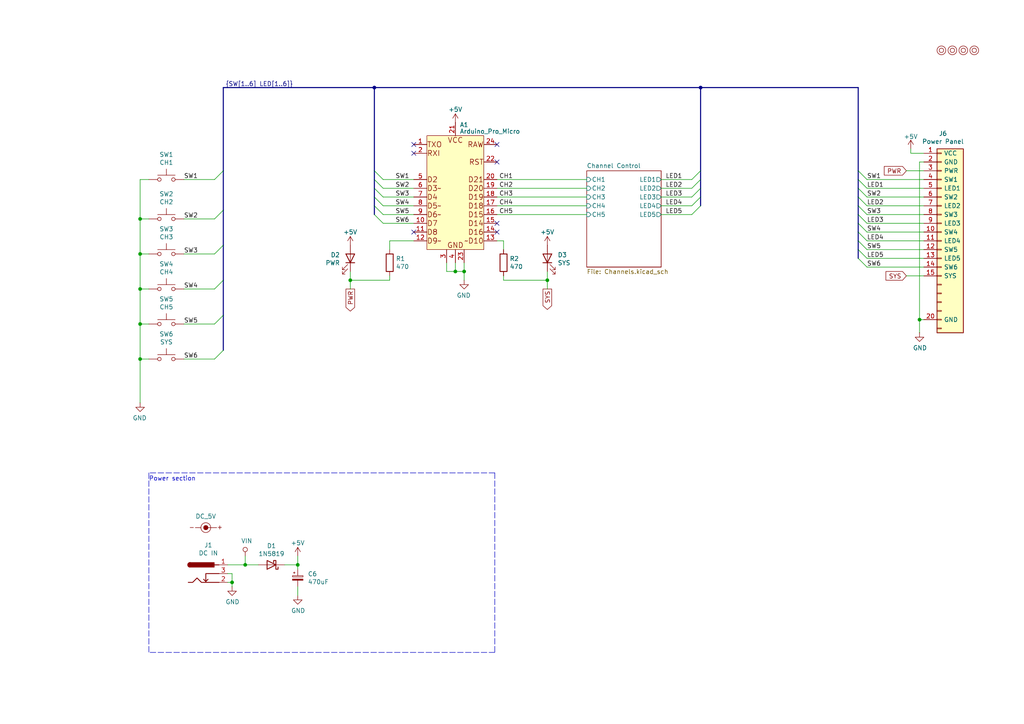
<source format=kicad_sch>
(kicad_sch (version 20231120) (generator "eeschema") (generator_version "8.0")
  (paper "A4")
  (title_block (title "BulkyMIDI-32 Power Switch") (rev "A") (comment 3 "able to turn them on and off.") (comment 4 "This might be completely silly, but with all of the modules together - I wanted to be"))
  (lib_symbols
    (symbol "BulkyMIDI:DC_5V" (pin_names (offset 1.016))
      (property "Reference" "SYM" (at 0 4.445 0))
      (property "Value" "DC_5V" (at 0 2.54 0))
      (symbol "DC_5V_0_0"
        (text "+" (at 4.064 0.1524 0) (effects (font (size 1.27 1.27))))
      )
      (symbol "DC_5V_0_1"
        (circle (center 0 0) (radius 0.635) (fill (type outline)))
        (circle (center 0 0) (radius 1.4224))
        (rectangle (start 0.635 0) (end 3.175 0))
      )
      (symbol "DC_5V_1_1"
        (polyline (pts (xy -1.4224 0) (xy -3.048 0)))
        (text "-" (at -4.064 0.127 0) (effects (font (size 1.27 1.27))))
      )
    )
    (symbol "BulkyMIDI:Power_Panel" (pin_names (offset 2.0066))
      (property "Reference" "J" (at 0 27.94 0))
      (property "Value" "Power_Panel" (at 0 -27.94 0))
      (symbol "Power_Panel_0_1"
        (rectangle (start -1.27 26.67) (end 6.35 -26.67) (stroke (width 0.254)) (fill (type background)))
      )
      (symbol "Power_Panel_1_1"
        (rectangle (start -1.27 -25.273) (end 0 -25.527) (stroke (width 0.1524)))
        (rectangle (start -1.27 -22.733) (end 0 -22.987) (stroke (width 0.1524)))
        (rectangle (start -1.27 -20.193) (end 0 -20.447) (stroke (width 0.1524)))
        (rectangle (start -1.27 -17.653) (end 0 -17.907) (stroke (width 0.1524)))
        (rectangle (start -1.27 -15.113) (end 0 -15.367) (stroke (width 0.1524)))
        (rectangle (start -1.27 -12.573) (end 0 -12.827) (stroke (width 0.1524)))
        (rectangle (start -1.27 -10.033) (end 0 -10.287) (stroke (width 0.1524)))
        (rectangle (start -1.27 -7.493) (end 0 -7.747) (stroke (width 0.1524)))
        (rectangle (start -1.27 -4.953) (end 0 -5.207) (stroke (width 0.1524)))
        (rectangle (start -1.27 -2.413) (end 0 -2.667) (stroke (width 0.1524)))
        (rectangle (start -1.27 0.127) (end 0 -0.127) (stroke (width 0.1524)))
        (rectangle (start -1.27 2.667) (end 0 2.413) (stroke (width 0.1524)))
        (rectangle (start -1.27 5.207) (end 0 4.953) (stroke (width 0.1524)))
        (rectangle (start -1.27 7.747) (end 0 7.493) (stroke (width 0.1524)))
        (rectangle (start -1.27 10.287) (end 0 10.033) (stroke (width 0.1524)))
        (rectangle (start -1.27 12.827) (end 0 12.573) (stroke (width 0.1524)))
        (rectangle (start -1.27 15.367) (end 0 15.113) (stroke (width 0.1524)))
        (rectangle (start -1.27 17.907) (end 0 17.653) (stroke (width 0.1524)))
        (rectangle (start -1.27 20.447) (end 0 20.193) (stroke (width 0.1524)))
        (rectangle (start -1.27 22.987) (end 0 22.733) (stroke (width 0.1524)))
        (rectangle (start -1.27 25.527) (end 0 25.273) (stroke (width 0.1524)))
        (pin power_in line (at -5.08 25.4 0) (length 3.81) (name "VCC") (number "1"))
        (pin passive line (at -5.08 2.54 0) (length 3.81) (name "SW4") (number "10"))
        (pin passive line (at -5.08 0 0) (length 3.81) (name "LED4") (number "11"))
        (pin passive line (at -5.08 -2.54 0) (length 3.81) (name "SW5") (number "12"))
        (pin passive line (at -5.08 -5.08 0) (length 3.81) (name "LED5") (number "13"))
        (pin passive line (at -5.08 -7.62 0) (length 3.81) (name "SW6") (number "14"))
        (pin passive line (at -5.08 -10.16 0) (length 3.81) (name "SYS") (number "15"))
        (pin no_connect line (at -5.08 -12.7 0) (length 3.81) hide (name "N.C.") (number "16"))
        (pin no_connect line (at -5.08 -15.24 0) (length 3.81) hide (name "N.C.") (number "17"))
        (pin no_connect line (at -5.08 -17.78 0) (length 3.81) hide (name "N.C.") (number "18"))
        (pin no_connect line (at -5.08 -20.32 0) (length 3.81) hide (name "N.C.") (number "19"))
        (pin power_in line (at -5.08 22.86 0) (length 3.81) (name "GND") (number "2"))
        (pin passive line (at -5.08 -22.86 0) (length 3.81) (name "GND") (number "20"))
        (pin no_connect line (at -5.08 -25.4 0) (length 3.81) hide (name "N.C.") (number "21"))
        (pin passive line (at -5.08 20.32 0) (length 3.81) (name "PWR") (number "3"))
        (pin passive line (at -5.08 17.78 0) (length 3.81) (name "SW1") (number "4"))
        (pin passive line (at -5.08 15.24 0) (length 3.81) (name "LED1") (number "5"))
        (pin passive line (at -5.08 12.7 0) (length 3.81) (name "SW2") (number "6"))
        (pin passive line (at -5.08 10.16 0) (length 3.81) (name "LED2") (number "7"))
        (pin passive line (at -5.08 7.62 0) (length 3.81) (name "SW3") (number "8"))
        (pin passive line (at -5.08 5.08 0) (length 3.81) (name "LED3") (number "9"))
      )
    )
    (symbol "Device:C_Polarized_Small" (pin_numbers hide) (pin_names (offset 0.254) hide)
      (property "Reference" "C" (at 0.254 1.778 0))
      (property "Value" "C_Polarized_Small" (at 0.254 -2.032 0))
      (symbol "C_Polarized_Small_0_1"
        (rectangle (start -1.524 -0.3048) (end 1.524 -0.6858) (fill (type outline)))
        (rectangle (start -1.524 0.6858) (end 1.524 0.3048))
        (polyline (pts (xy -1.27 1.524) (xy -0.762 1.524)))
        (polyline (pts (xy -1.016 1.27) (xy -1.016 1.778)))
      )
      (symbol "C_Polarized_Small_1_1"
        (pin passive line (at 0 2.54 270) (length 1.8542) (name "~") (number "1"))
        (pin passive line (at 0 -2.54 90) (length 1.8542) (name "~") (number "2"))
      )
    )
    (symbol "Device:LED" (pin_numbers hide) (pin_names (offset 1.016) hide)
      (property "Reference" "D" (at 0 2.54 0))
      (property "Value" "LED" (at 0 -2.54 0))
      (symbol "LED_0_1"
        (polyline (pts (xy -1.27 -1.27) (xy -1.27 1.27)) (stroke (width 0.254)))
        (polyline (pts (xy -1.27 0) (xy 1.27 0)))
        (polyline (pts (xy 1.27 -1.27) (xy 1.27 1.27) (xy -1.27 0) (xy 1.27 -1.27)) (stroke (width 0.254)))
        (polyline (pts (xy -3.048 -0.762) (xy -4.572 -2.286) (xy -3.81 -2.286) (xy -4.572 -2.286) (xy -4.572 -1.524)))
        (polyline (pts (xy -1.778 -0.762) (xy -3.302 -2.286) (xy -2.54 -2.286) (xy -3.302 -2.286) (xy -3.302 -1.524)))
      )
      (symbol "LED_1_1"
        (pin passive line (at -3.81 0 0) (length 2.54) (name "K") (number "1"))
        (pin passive line (at 3.81 0 180) (length 2.54) (name "A") (number "2"))
      )
    )
    (symbol "Device:R" (pin_numbers hide) (pin_names (offset 0))
      (property "Reference" "R" (at 2.032 0 90))
      (property "Value" "R" (at 0 0 90))
      (symbol "R_0_1"
        (rectangle (start -1.016 -2.54) (end 1.016 2.54) (stroke (width 0.254)))
      )
      (symbol "R_1_1"
        (pin passive line (at 0 3.81 270) (length 1.27) (name "~") (number "1"))
        (pin passive line (at 0 -3.81 90) (length 1.27) (name "~") (number "2"))
      )
    )
    (symbol "Diode:1N5819" (pin_numbers hide) (pin_names (offset 1.016) hide)
      (property "Reference" "D" (at 0 2.54 0))
      (property "Value" "1N5819" (at 0 -2.54 0))
      (symbol "1N5819_0_1"
        (polyline (pts (xy 1.27 0) (xy -1.27 0)))
        (polyline (pts (xy 1.27 1.27) (xy 1.27 -1.27) (xy -1.27 0) (xy 1.27 1.27)) (stroke (width 0.254)))
        (polyline (pts (xy -1.905 0.635) (xy -1.905 1.27) (xy -1.27 1.27) (xy -1.27 -1.27) (xy -0.635 -1.27) (xy -0.635 -0.635)) (stroke (width 0.254)))
      )
      (symbol "1N5819_1_1"
        (pin passive line (at -3.81 0 0) (length 2.54) (name "K") (number "1"))
        (pin passive line (at 3.81 0 180) (length 2.54) (name "A") (number "2"))
      )
    )
    (symbol "Switch:SW_Push" (pin_numbers hide) (pin_names (offset 1.016) hide)
      (property "Reference" "SW" (at 1.27 2.54 0))
      (property "Value" "SW_Push" (at 0 -1.524 0))
      (symbol "SW_Push_0_1"
        (circle (center -2.032 0) (radius 0.508))
        (polyline (pts (xy 0 1.27) (xy 0 3.048)))
        (polyline (pts (xy 2.54 1.27) (xy -2.54 1.27)))
        (circle (center 2.032 0) (radius 0.508))
        (pin passive line (at -5.08 0 0) (length 2.54) (name "1") (number "1"))
        (pin passive line (at 5.08 0 180) (length 2.54) (name "2") (number "2"))
      )
    )
    (symbol "arduino_pro_micro:Arduino_Pro_Micro" (pin_names (offset 1.016) hide)
      (property "Reference" "A" (at -6.985 10.16 0))
      (property "Value" "Arduino_Pro_Micro" (at 0 -8.89 90))
      (symbol "Arduino_Pro_Micro_0_0"
        (rectangle (start -8.255 8.89) (end 8.255 -24.13) (fill (type background)))
        (text "D14" (at 8.255 -16.51 0) (effects (font (size 1.524 1.524)) (justify right)))
        (text "D15" (at 8.255 -13.97 0) (effects (font (size 1.524 1.524)) (justify right)))
        (text "D16" (at 8.255 -19.05 0) (effects (font (size 1.524 1.524)) (justify right)))
        (text "D18" (at 8.255 -11.43 0) (effects (font (size 1.524 1.524)) (justify right)))
        (text "D19" (at 8.255 -8.89 0) (effects (font (size 1.524 1.524)) (justify right)))
        (text "D2" (at -8.255 -3.81 0) (effects (font (size 1.524 1.524)) (justify left)))
        (text "D20" (at 8.255 -6.35 0) (effects (font (size 1.524 1.524)) (justify right)))
        (text "D21" (at 8.255 -3.81 0) (effects (font (size 1.524 1.524)) (justify right)))
        (text "D3~" (at -8.255 -6.35 0) (effects (font (size 1.524 1.524)) (justify left)))
        (text "D4" (at -8.255 -8.89 0) (effects (font (size 1.524 1.524)) (justify left)))
        (text "D5~" (at -8.255 -11.43 0) (effects (font (size 1.524 1.524)) (justify left)))
        (text "D6~" (at -8.255 -13.97 0) (effects (font (size 1.524 1.524)) (justify left)))
        (text "D7" (at -8.255 -16.51 0) (effects (font (size 1.524 1.524)) (justify left)))
        (text "D8" (at -8.255 -19.05 0) (effects (font (size 1.524 1.524)) (justify left)))
        (text "D9~" (at -8.255 -21.59 0) (effects (font (size 1.524 1.524)) (justify left)))
        (text "GND" (at 0 -22.86 0) (effects (font (size 1.524 1.524))))
        (text "RAW" (at 8.255 6.35 0) (effects (font (size 1.524 1.524)) (justify right)))
        (text "RST" (at 8.255 1.27 0) (effects (font (size 1.524 1.524)) (justify right)))
        (text "RXI" (at -8.255 3.81 0) (effects (font (size 1.524 1.524)) (justify left)))
        (text "TXO" (at -8.255 6.35 0) (effects (font (size 1.524 1.524)) (justify left)))
        (text "VCC" (at 0 7.62 0) (effects (font (size 1.524 1.524))))
        (text "~D10" (at 8.255 -21.59 0) (effects (font (size 1.524 1.524)) (justify right)))
      )
      (symbol "Arduino_Pro_Micro_1_1"
        (pin output line (at -12.065 6.35 0) (length 3.81) (name "TXO") (number "1"))
        (pin bidirectional line (at -12.065 -16.51 0) (length 3.81) (name "D7") (number "10"))
        (pin bidirectional line (at -12.065 -19.05 0) (length 3.81) (name "D8") (number "11"))
        (pin bidirectional line (at -12.065 -21.59 0) (length 3.81) (name "D9") (number "12"))
        (pin bidirectional line (at 12.065 -21.59 180) (length 3.81) (name "D10") (number "13"))
        (pin bidirectional line (at 12.065 -19.05 180) (length 3.81) (name "D16") (number "14"))
        (pin bidirectional line (at 12.065 -16.51 180) (length 3.81) (name "D14") (number "15"))
        (pin bidirectional line (at 12.065 -13.97 180) (length 3.81) (name "D15") (number "16"))
        (pin bidirectional line (at 12.065 -11.43 180) (length 3.81) (name "D18") (number "17"))
        (pin bidirectional line (at 12.065 -8.89 180) (length 3.81) (name "D19") (number "18"))
        (pin bidirectional line (at 12.065 -6.35 180) (length 3.81) (name "D20") (number "19"))
        (pin input line (at -12.065 3.81 0) (length 3.81) (name "RXI") (number "2"))
        (pin bidirectional line (at 12.065 -3.81 180) (length 3.81) (name "D21") (number "20"))
        (pin power_out line (at 0 12.7 270) (length 3.81) (name "VCC") (number "21"))
        (pin input line (at 12.065 1.27 180) (length 3.81) (name "RST") (number "22"))
        (pin passive line (at 2.54 -27.94 90) (length 3.81) (name "GND") (number "23"))
        (pin power_in line (at 12.065 6.35 180) (length 3.81) (name "RAW") (number "24"))
        (pin passive line (at -2.54 -27.94 90) (length 3.81) (name "GND") (number "3"))
        (pin passive line (at 0 -27.94 90) (length 3.81) (name "GND") (number "4"))
        (pin bidirectional line (at -12.065 -3.81 0) (length 3.81) (name "D2") (number "5"))
        (pin bidirectional line (at -12.065 -6.35 0) (length 3.81) (name "D3") (number "6"))
        (pin bidirectional line (at -12.065 -8.89 0) (length 3.81) (name "D4") (number "7"))
        (pin bidirectional line (at -12.065 -11.43 0) (length 3.81) (name "D5") (number "8"))
        (pin bidirectional line (at -12.065 -13.97 0) (length 3.81) (name "D6") (number "9"))
      )
    )
    (symbol "barrel_jack:VIN" (power) (pin_names (offset 0))
      (property "Value" "VIN" (at 0 3.81 0))
      (symbol "VIN_0_1"
        (polyline (pts (xy 0 0) (xy 0 1.27)))
        (circle (center 0 1.905) (radius 0.635))
      )
      (symbol "VIN_1_1"
        (pin power_in line (at 0 0 90) (length 0) hide (name "VIN") (number "1"))
      )
    )
    (symbol "barrel_jack:barrel_9v" (pin_names (offset 1.016))
      (property "Reference" "J" (at 0 5.334 0))
      (property "Value" "barrel_9v" (at 0 -4.445 0))
      (symbol "barrel_9v_0_1"
        (arc (start -3.302 3.175) (mid -3.937 2.54) (end -3.302 1.905) (stroke (width 0.254)))
        (arc (start -3.302 3.175) (mid -3.937 2.54) (end -3.302 1.905) (stroke (width 0.254)) (fill (type outline)))
        (polyline (pts (xy 1.27 -2.286) (xy 1.905 -1.651)) (stroke (width 0.254)))
        (polyline (pts (xy 5.08 2.54) (xy 3.81 2.54)) (stroke (width 0.254)))
        (polyline (pts (xy 5.08 0) (xy 1.27 0) (xy 1.27 -2.286) (xy 0.635 -1.651)) (stroke (width 0.254)))
        (polyline (pts (xy -3.81 -2.54) (xy -2.54 -2.54) (xy -1.27 -1.27) (xy 0 -2.54) (xy 2.54 -2.54) (xy 5.08 -2.54)) (stroke (width 0.254)))
        (rectangle (start 3.683 3.175) (end -3.302 1.905) (stroke (width 0.254)) (fill (type outline)))
      )
      (symbol "barrel_9v_1_1"
        (pin power_out line (at 7.62 2.54 180) (length 2.54) (name "~") (number "1"))
        (pin power_out line (at 7.62 -2.54 180) (length 2.54) (name "~") (number "2"))
        (pin passive line (at 7.62 0 180) (length 2.54) (name "~") (number "3"))
      )
    )
    (symbol "mounting:Mounting" (pin_names (offset 1.016) hide)
      (symbol "Mounting_0_1"
        (circle (center 0 0) (radius 0.635))
        (circle (center 0 0) (radius 1.27))
      )
    )
    (symbol "power:+5V" (power) (pin_numbers hide) (pin_names (offset 0) hide)
      (property "Value" "+5V" (at 0 3.556 0))
      (symbol "+5V_0_1"
        (polyline (pts (xy -0.762 1.27) (xy 0 2.54)))
        (polyline (pts (xy 0 0) (xy 0 2.54)))
        (polyline (pts (xy 0 2.54) (xy 0.762 1.27)))
      )
      (symbol "+5V_1_1"
        (pin power_in line (at 0 0 90) (length 0) (name "~") (number "1"))
      )
    )
    (symbol "power:GND" (power) (pin_numbers hide) (pin_names (offset 0) hide)
      (property "Value" "GND" (at 0 -3.81 0))
      (symbol "GND_0_1"
        (polyline (pts (xy 0 0) (xy 0 -1.27) (xy 1.27 -1.27) (xy 0 -2.54) (xy -1.27 -1.27) (xy 0 -1.27)))
      )
      (symbol "GND_1_1"
        (pin power_in line (at 0 0 270) (length 0) (name "~") (number "1"))
      )
    )
  )
  (junction (at 101.6 81.28))
  (junction (at 132.08 78.74))
  (junction (at 40.64 104.14))
  (junction (at 86.36 163.83))
  (junction (at 158.75 81.28))
  (junction (at 108.585 25.4))
  (junction (at 40.64 83.82))
  (junction (at 134.62 78.74))
  (junction (at 266.7 92.71))
  (junction (at 40.64 63.5))
  (junction (at 40.64 93.98))
  (junction (at 203.2 25.4))
  (junction (at 40.64 73.66))
  (junction (at 67.31 168.91))
  (junction (at 71.12 163.83))
  (no_connect (at 120.015 44.45))
  (no_connect (at 120.015 67.31))
  (no_connect (at 144.145 64.77))
  (no_connect (at 144.145 46.99))
  (no_connect (at 144.145 67.31))
  (no_connect (at 120.015 41.91))
  (no_connect (at 144.145 41.91))
  (bus_entry (at 64.77 60.96) (size -2.54 2.54))
  (bus_entry (at 203.2 54.61) (size -2.54 2.54))
  (bus_entry (at 251.46 77.47) (size -2.54 -2.54))
  (bus_entry (at 251.46 62.23) (size -2.54 -2.54))
  (bus_entry (at 64.77 81.28) (size -2.54 2.54))
  (bus_entry (at 108.585 49.53) (size 2.54 2.54))
  (bus_entry (at 64.77 49.53) (size -2.54 2.54))
  (bus_entry (at 108.585 62.23) (size 2.54 2.54))
  (bus_entry (at 203.2 59.69) (size -2.54 2.54))
  (bus_entry (at 108.585 57.15) (size 2.54 2.54))
  (bus_entry (at 108.585 54.61) (size 2.54 2.54))
  (bus_entry (at 251.46 74.93) (size -2.54 -2.54))
  (bus_entry (at 203.2 49.53) (size -2.54 2.54))
  (bus_entry (at 203.2 57.15) (size -2.54 2.54))
  (bus_entry (at 251.46 54.61) (size -2.54 -2.54))
  (bus_entry (at 251.46 69.85) (size -2.54 -2.54))
  (bus_entry (at 251.46 57.15) (size -2.54 -2.54))
  (bus_entry (at 251.46 59.69) (size -2.54 -2.54))
  (bus_entry (at 251.46 64.77) (size -2.54 -2.54))
  (bus_entry (at 108.585 59.69) (size 2.54 2.54))
  (bus_entry (at 64.77 101.6) (size -2.54 2.54))
  (bus_entry (at 251.46 52.07) (size -2.54 -2.54))
  (bus_entry (at 203.2 52.07) (size -2.54 2.54))
  (bus_entry (at 251.46 72.39) (size -2.54 -2.54))
  (bus_entry (at 108.585 52.07) (size 2.54 2.54))
  (bus_entry (at 251.46 67.31) (size -2.54 -2.54))
  (bus_entry (at 64.77 91.44) (size -2.54 2.54))
  (bus_entry (at 64.77 71.12) (size -2.54 2.54))
  (wire (pts (xy 191.77 54.61) (xy 200.66 54.61)))
  (wire (pts (xy 113.03 69.85) (xy 120.015 69.85)))
  (bus (pts (xy 248.92 49.53) (xy 248.92 52.07)))
  (wire (pts (xy 262.89 49.53) (xy 267.97 49.53)))
  (wire (pts (xy 66.04 163.83) (xy 71.12 163.83)))
  (wire (pts (xy 53.34 104.14) (xy 62.23 104.14)))
  (polyline (pts (xy 143.51 189.23) (xy 43.18 189.23)) (stroke (width 0) (type dash)))
  (bus (pts (xy 64.77 71.12) (xy 64.77 81.28)))
  (wire (pts (xy 146.05 80.01) (xy 146.05 81.28)))
  (wire (pts (xy 158.75 78.74) (xy 158.75 81.28)))
  (wire (pts (xy 43.18 104.14) (xy 40.64 104.14)))
  (wire (pts (xy 251.46 54.61) (xy 267.97 54.61)))
  (wire (pts (xy 101.6 81.28) (xy 101.6 83.82)))
  (wire (pts (xy 53.34 83.82) (xy 62.23 83.82)))
  (wire (pts (xy 120.015 62.23) (xy 111.125 62.23)))
  (wire (pts (xy 129.54 78.74) (xy 129.54 76.2)))
  (wire (pts (xy 40.64 93.98) (xy 40.64 104.14)))
  (bus (pts (xy 248.92 57.15) (xy 248.92 59.69)))
  (wire (pts (xy 191.77 57.15) (xy 200.66 57.15)))
  (bus (pts (xy 108.585 57.15) (xy 108.585 59.69)))
  (wire (pts (xy 251.46 64.77) (xy 267.97 64.77)))
  (wire (pts (xy 40.64 104.14) (xy 40.64 116.84)))
  (wire (pts (xy 40.64 73.66) (xy 40.64 83.82)))
  (wire (pts (xy 71.12 161.29) (xy 71.12 163.83)))
  (wire (pts (xy 53.34 52.07) (xy 62.23 52.07)))
  (polyline (pts (xy 143.51 137.16) (xy 43.18 137.16)) (stroke (width 0) (type dash)))
  (wire (pts (xy 251.46 57.15) (xy 267.97 57.15)))
  (wire (pts (xy 132.08 78.74) (xy 132.08 76.2)))
  (wire (pts (xy 144.145 57.15) (xy 170.18 57.15)))
  (wire (pts (xy 53.34 73.66) (xy 62.23 73.66)))
  (wire (pts (xy 43.18 52.07) (xy 40.64 52.07)))
  (wire (pts (xy 191.77 62.23) (xy 200.66 62.23)))
  (bus (pts (xy 248.92 59.69) (xy 248.92 62.23)))
  (wire (pts (xy 43.18 83.82) (xy 40.64 83.82)))
  (bus (pts (xy 64.77 91.44) (xy 64.77 101.6)))
  (wire (pts (xy 43.18 93.98) (xy 40.64 93.98)))
  (bus (pts (xy 248.92 62.23) (xy 248.92 64.77)))
  (wire (pts (xy 267.97 46.99) (xy 266.7 46.99)))
  (wire (pts (xy 191.77 52.07) (xy 200.66 52.07)))
  (bus (pts (xy 108.585 25.4) (xy 108.585 49.53)))
  (wire (pts (xy 67.31 166.37) (xy 67.31 168.91)))
  (wire (pts (xy 144.145 69.85) (xy 146.05 69.85)))
  (bus (pts (xy 108.585 25.4) (xy 203.2 25.4)))
  (bus (pts (xy 108.585 54.61) (xy 108.585 57.15)))
  (wire (pts (xy 262.89 80.01) (xy 267.97 80.01)))
  (wire (pts (xy 82.55 163.83) (xy 86.36 163.83)))
  (wire (pts (xy 86.36 170.18) (xy 86.36 172.72)))
  (wire (pts (xy 86.36 161.29) (xy 86.36 163.83)))
  (wire (pts (xy 66.04 166.37) (xy 67.31 166.37)))
  (wire (pts (xy 144.145 59.69) (xy 170.18 59.69)))
  (wire (pts (xy 40.64 63.5) (xy 40.64 73.66)))
  (bus (pts (xy 108.585 52.07) (xy 108.585 54.61)))
  (bus (pts (xy 248.92 25.4) (xy 248.92 49.53)))
  (polyline (pts (xy 143.51 137.16) (xy 143.51 189.23)) (stroke (width 0) (type dash)))
  (wire (pts (xy 71.12 163.83) (xy 74.93 163.83)))
  (bus (pts (xy 248.92 67.31) (xy 248.92 69.85)))
  (wire (pts (xy 120.015 64.77) (xy 111.125 64.77)))
  (wire (pts (xy 251.46 72.39) (xy 267.97 72.39)))
  (wire (pts (xy 134.62 76.2) (xy 134.62 78.74)))
  (wire (pts (xy 86.36 165.1) (xy 86.36 163.83)))
  (wire (pts (xy 43.18 63.5) (xy 40.64 63.5)))
  (wire (pts (xy 251.46 67.31) (xy 267.97 67.31)))
  (bus (pts (xy 64.77 81.28) (xy 64.77 91.44)))
  (bus (pts (xy 203.2 52.07) (xy 203.2 54.61)))
  (wire (pts (xy 101.6 78.74) (xy 101.6 81.28)))
  (bus (pts (xy 64.77 49.53) (xy 64.77 60.96)))
  (wire (pts (xy 251.46 74.93) (xy 267.97 74.93)))
  (wire (pts (xy 158.75 81.28) (xy 146.05 81.28)))
  (wire (pts (xy 191.77 59.69) (xy 200.66 59.69)))
  (wire (pts (xy 251.46 77.47) (xy 267.97 77.47)))
  (bus (pts (xy 248.92 69.85) (xy 248.92 72.39)))
  (wire (pts (xy 266.7 96.52) (xy 266.7 92.71)))
  (wire (pts (xy 132.08 78.74) (xy 129.54 78.74)))
  (wire (pts (xy 53.34 93.98) (xy 62.23 93.98)))
  (wire (pts (xy 144.145 62.23) (xy 170.18 62.23)))
  (bus (pts (xy 248.92 64.77) (xy 248.92 67.31)))
  (wire (pts (xy 53.34 63.5) (xy 62.23 63.5)))
  (wire (pts (xy 101.6 81.28) (xy 113.03 81.28)))
  (wire (pts (xy 264.16 44.45) (xy 267.97 44.45)))
  (wire (pts (xy 251.46 69.85) (xy 267.97 69.85)))
  (bus (pts (xy 203.2 49.53) (xy 203.2 52.07)))
  (wire (pts (xy 120.015 59.69) (xy 111.125 59.69)))
  (bus (pts (xy 108.585 59.69) (xy 108.585 62.23)))
  (wire (pts (xy 113.03 72.39) (xy 113.03 69.85)))
  (wire (pts (xy 251.46 52.07) (xy 267.97 52.07)))
  (polyline (pts (xy 43.18 137.16) (xy 43.18 189.23)) (stroke (width 0) (type dash)))
  (bus (pts (xy 203.2 25.4) (xy 203.2 49.53)))
  (wire (pts (xy 251.46 62.23) (xy 267.97 62.23)))
  (wire (pts (xy 43.18 73.66) (xy 40.64 73.66)))
  (wire (pts (xy 120.015 54.61) (xy 111.125 54.61)))
  (wire (pts (xy 158.75 83.82) (xy 158.75 81.28)))
  (wire (pts (xy 40.64 83.82) (xy 40.64 93.98)))
  (wire (pts (xy 144.145 52.07) (xy 170.18 52.07)))
  (wire (pts (xy 264.16 43.18) (xy 264.16 44.45)))
  (wire (pts (xy 266.7 46.99) (xy 266.7 92.71)))
  (bus (pts (xy 64.77 25.4) (xy 64.77 49.53)))
  (wire (pts (xy 113.03 80.01) (xy 113.03 81.28)))
  (bus (pts (xy 248.92 52.07) (xy 248.92 54.61)))
  (wire (pts (xy 120.015 52.07) (xy 111.125 52.07)))
  (bus (pts (xy 203.2 54.61) (xy 203.2 57.15)))
  (wire (pts (xy 134.62 78.74) (xy 132.08 78.74)))
  (bus (pts (xy 203.2 25.4) (xy 248.92 25.4)))
  (bus (pts (xy 203.2 57.15) (xy 203.2 59.69)))
  (bus (pts (xy 64.77 25.4) (xy 108.585 25.4)))
  (bus (pts (xy 248.92 54.61) (xy 248.92 57.15)))
  (wire (pts (xy 146.05 72.39) (xy 146.05 69.85)))
  (wire (pts (xy 266.7 92.71) (xy 267.97 92.71)))
  (wire (pts (xy 144.145 54.61) (xy 170.18 54.61)))
  (wire (pts (xy 67.31 168.91) (xy 67.31 170.18)))
  (wire (pts (xy 251.46 59.69) (xy 267.97 59.69)))
  (wire (pts (xy 134.62 78.74) (xy 134.62 81.28)))
  (bus (pts (xy 248.92 72.39) (xy 248.92 74.93)))
  (bus (pts (xy 108.585 49.53) (xy 108.585 52.07)))
  (bus (pts (xy 64.77 60.96) (xy 64.77 71.12)))
  (wire (pts (xy 40.64 52.07) (xy 40.64 63.5)))
  (wire (pts (xy 66.04 168.91) (xy 67.31 168.91)))
  (wire (pts (xy 120.015 57.15) (xy 111.125 57.15)))
  (text "Power section" (at 43.18 139.7 0) (effects (font (size 1.27 1.27)) (justify left bottom)))
  (label "LED5" (at 251.46 74.93 0))
  (label "SW6" (at 53.34 104.14 0))
  (label "LED3" (at 251.46 64.77 0))
  (label "CH4" (at 144.78 59.69 0))
  (label "SW2" (at 118.745 54.61 180))
  (label "SW2" (at 53.34 63.5 0))
  (label "SW5" (at 251.46 72.39 0))
  (label "LED3" (at 193.04 57.15 0))
  (label "CH3" (at 144.78 57.15 0))
  (label "SW3" (at 251.46 62.23 0))
  (label "LED1" (at 193.04 52.07 0))
  (label "LED5" (at 193.04 62.23 0))
  (label "LED2" (at 193.04 54.61 0))
  (label "SW1" (at 118.745 52.07 180))
  (label "SW6" (at 251.46 77.47 0))
  (label "LED2" (at 251.46 59.69 0))
  (label "LED4" (at 193.04 59.69 0))
  (label "SW4" (at 118.745 59.69 180))
  (label "{SW[1..6] LED[1..6]}" (at 65.405 25.4 0))
  (label "SW2" (at 251.46 57.15 0))
  (label "CH5" (at 144.78 62.23 0))
  (label "LED4" (at 251.46 69.85 0))
  (label "CH1" (at 144.78 52.07 0))
  (label "CH2" (at 144.78 54.61 0))
  (label "SW4" (at 251.46 67.31 0))
  (label "SW3" (at 53.34 73.66 0))
  (label "SW6" (at 118.745 64.77 180))
  (label "SW1" (at 251.46 52.07 0))
  (label "SW5" (at 53.34 93.98 0))
  (label "SW3" (at 118.745 57.15 180))
  (label "SW1" (at 53.34 52.07 0))
  (label "SW5" (at 118.745 62.23 180))
  (label "LED1" (at 251.46 54.61 0))
  (label "SW4" (at 53.34 83.82 0))
  (global_label "PWR" (shape input) (at 262.89 49.53 180) (property "Intersheetrefs" "${INTERSHEET_REFS}" (effects (hide yes))))
  (global_label "PWR" (shape output) (at 101.6 83.82 270) (property "Intersheetrefs" "${INTERSHEET_REFS}" (effects (hide yes))))
  (global_label "SYS" (shape output) (at 158.75 83.82 270) (property "Intersheetrefs" "${INTERSHEET_REFS}" (effects (hide yes))))
  (global_label "SYS" (shape input) (at 262.89 80.01 180) (property "Intersheetrefs" "${INTERSHEET_REFS}" (effects (hide yes))))
  (symbol (lib_id "mounting:Mounting") (at 273.05 14.605 0) (unit 1)
    (property "Reference" "M1" (effects (hide yes)))
    (property "Value" "Mounting" (effects (hide yes)))
    (property "Footprint" "mounting:M3" (effects (hide yes)))
  )
  (symbol (lib_id "mounting:Mounting") (at 279.4 14.605 0) (unit 1)
    (property "Reference" "M3" (effects (hide yes)))
    (property "Value" "Mounting" (effects (hide yes)))
    (property "Footprint" "mounting:M3" (effects (hide yes)))
  )
  (symbol (lib_id "mounting:Mounting") (at 282.575 14.605 0) (unit 1)
    (property "Reference" "M4" (effects (hide yes)))
    (property "Value" "Mounting" (effects (hide yes)))
    (property "Footprint" "mounting:M3" (effects (hide yes)))
  )
  (symbol (lib_id "barrel_jack:barrel_9v") (at 58.42 166.37 0) (unit 1)
    (property "Reference" "J1" (at 60.4266 158.115 0))
    (property "Value" "DC IN" (at 60.4266 160.4264 0))
    (property "Footprint" "BulkyMIDI-32:BARREL_JACK" (effects (hide yes)))
  )
  (symbol (lib_id "power:GND") (at 86.36 172.72 0) (unit 1)
    (property "Reference" "#PWR0101" (effects (hide yes)))
    (property "Value" "GND" (at 86.487 177.1142 0))
    (property "Description" "Power symbol creates a global label with name \"GND\" , ground" (effects (hide yes)))
  )
  (symbol (lib_id "power:+5V") (at 86.36 161.29 0) (unit 1)
    (property "Reference" "#PWR0106" (effects (hide yes)))
    (property "Value" "+5V" (at 86.36 157.48 0))
    (property "Description" "Power symbol creates a global label with name \"+5V\"" (effects (hide yes)))
  )
  (symbol (lib_id "Device:C_Polarized_Small") (at 86.36 167.64 0) (unit 1)
    (property "Reference" "C6" (at 89.281 166.4716 0) (effects (justify left)))
    (property "Value" "470uF" (at 89.281 168.783 0) (effects (justify left)))
    (property "Footprint" "Capacitor_THT:CP_Radial_D8.0mm_P3.50mm" (effects (hide yes)))
    (property "Description" "Polarized capacitor, small symbol" (effects (hide yes)))
  )
  (symbol (lib_id "BulkyMIDI:DC_5V") (at 59.69 153.035 0) (unit 1)
    (property "Reference" "SYM1" (effects (hide yes)))
    (property "Value" "DC_5V" (at 59.69 149.7584 0))
    (property "Footprint" "BulkyMIDI-32:PWR_Specification" (effects (hide yes)))
  )
  (symbol (lib_id "mounting:Mounting") (at 276.225 14.605 0) (unit 1)
    (property "Reference" "M2" (effects (hide yes)))
    (property "Value" "Mounting" (effects (hide yes)))
    (property "Footprint" "mounting:M3" (effects (hide yes)))
  )
  (symbol (lib_id "Switch:SW_Push") (at 48.26 93.98 0) (mirror y) (unit 1)
    (property "Reference" "SW5" (at 48.26 86.741 0))
    (property "Value" "CH5" (at 48.26 89.0524 0))
    (property "Footprint" "Button_Switch_THT:SW_Tactile_SPST_Angled_PTS645Vx39-2LFS" (effects (hide yes)))
  )
  (symbol (lib_id "Switch:SW_Push") (at 48.26 52.07 0) (mirror y) (unit 1)
    (property "Reference" "SW1" (at 48.26 44.831 0))
    (property "Value" "CH1" (at 48.26 47.1424 0))
    (property "Footprint" "Button_Switch_THT:SW_Tactile_SPST_Angled_PTS645Vx39-2LFS" (effects (hide yes)))
  )
  (symbol (lib_id "Switch:SW_Push") (at 48.26 73.66 0) (mirror y) (unit 1)
    (property "Reference" "SW3" (at 48.26 66.421 0))
    (property "Value" "CH3" (at 48.26 68.7324 0))
    (property "Footprint" "Button_Switch_THT:SW_Tactile_SPST_Angled_PTS645Vx39-2LFS" (effects (hide yes)))
  )
  (symbol (lib_id "Switch:SW_Push") (at 48.26 83.82 0) (mirror y) (unit 1)
    (property "Reference" "SW4" (at 48.26 76.581 0))
    (property "Value" "CH4" (at 48.26 78.8924 0))
    (property "Footprint" "Button_Switch_THT:SW_Tactile_SPST_Angled_PTS645Vx39-2LFS" (effects (hide yes)))
  )
  (symbol (lib_id "Switch:SW_Push") (at 48.26 63.5 0) (mirror y) (unit 1)
    (property "Reference" "SW2" (at 48.26 56.261 0))
    (property "Value" "CH2" (at 48.26 58.5724 0))
    (property "Footprint" "Button_Switch_THT:SW_Tactile_SPST_Angled_PTS645Vx39-2LFS" (effects (hide yes)))
  )
  (symbol (lib_id "power:GND") (at 40.64 116.84 0) (mirror y) (unit 1)
    (property "Reference" "#PWR0117" (effects (hide yes)))
    (property "Value" "GND" (at 40.513 121.2342 0))
    (property "Description" "Power symbol creates a global label with name \"GND\" , ground" (effects (hide yes)))
  )
  (symbol (lib_id "BulkyMIDI:Power_Panel") (at 273.05 69.85 0) (unit 1)
    (property "Reference" "J6" (at 273.5072 38.735 0))
    (property "Value" "Power Panel" (at 273.5072 41.0464 0))
    (property "Footprint" "BulkyMIDI-32:Power_Panel" (effects (hide yes)))
  )
  (symbol (lib_id "power:GND") (at 266.7 96.52 0) (unit 1)
    (property "Reference" "#PWR0118" (effects (hide yes)))
    (property "Value" "GND" (at 266.827 100.9142 0))
    (property "Description" "Power symbol creates a global label with name \"GND\" , ground" (effects (hide yes)))
  )
  (symbol (lib_id "power:+5V") (at 264.16 43.18 0) (mirror y) (unit 1)
    (property "Reference" "#PWR0120" (effects (hide yes)))
    (property "Value" "+5V" (at 264.16 39.624 0))
    (property "Description" "Power symbol creates a global label with name \"+5V\"" (effects (hide yes)))
  )
  (symbol (lib_id "Diode:1N5819") (at 78.74 163.83 180) (unit 1)
    (property "Reference" "D1" (at 78.74 158.3182 0))
    (property "Value" "1N5819" (at 78.74 160.6296 0))
    (property "Footprint" "Diode_THT:D_DO-41_SOD81_P10.16mm_Horizontal" (effects (hide yes)))
    (property "Datasheet" "http://www.vishay.com/docs/88525/1n5817.pdf" (effects (hide yes)))
  )
  (symbol (lib_id "power:GND") (at 67.31 170.18 0) (unit 1)
    (property "Reference" "#PWR0102" (effects (hide yes)))
    (property "Value" "GND" (at 67.437 174.5742 0))
    (property "Description" "Power symbol creates a global label with name \"GND\" , ground" (effects (hide yes)))
  )
  (symbol (lib_id "power:+5V") (at 101.6 71.12 0) (unit 1)
    (property "Reference" "#PWR01" (effects (hide yes)))
    (property "Value" "+5V" (at 101.6 67.31 0))
    (property "Description" "Power symbol creates a global label with name \"+5V\"" (effects (hide yes)))
  )
  (symbol (lib_id "power:+5V") (at 158.75 71.12 0) (unit 1)
    (property "Reference" "#PWR02" (effects (hide yes)))
    (property "Value" "+5V" (at 158.75 67.31 0))
    (property "Description" "Power symbol creates a global label with name \"+5V\"" (effects (hide yes)))
  )
  (symbol (lib_id "barrel_jack:VIN") (at 71.12 161.29 0) (unit 1)
    (property "Reference" "#PWR0113" (effects (hide yes)))
    (property "Value" "VIN" (at 71.5518 156.8958 0))
  )
  (symbol (lib_id "arduino_pro_micro:Arduino_Pro_Micro") (at 132.08 48.26 0) (unit 1)
    (property "Reference" "A1" (at 133.35 36.195 0) (effects (justify left)))
    (property "Value" "Arduino_Pro_Micro" (at 133.35 38.1 0) (effects (justify left)))
    (property "Footprint" "arduino_pro_micro:Arduino_Pro_Micro" (effects (hide yes)))
  )
  (symbol (lib_id "power:GND") (at 134.62 81.28 0) (mirror y) (unit 1)
    (property "Reference" "#PWR0114" (effects (hide yes)))
    (property "Value" "GND" (at 134.493 85.6742 0))
    (property "Description" "Power symbol creates a global label with name \"GND\" , ground" (effects (hide yes)))
  )
  (symbol (lib_id "power:+5V") (at 132.08 35.56 0) (unit 1)
    (property "Reference" "#PWR0115" (effects (hide yes)))
    (property "Value" "+5V" (at 132.08 31.75 0))
    (property "Description" "Power symbol creates a global label with name \"+5V\"" (effects (hide yes)))
  )
  (symbol (lib_id "Device:R") (at 113.03 76.2 180) (unit 1)
    (property "Reference" "R1" (at 114.808 75.0316 0) (effects (justify right)))
    (property "Value" "470" (at 114.808 77.343 0) (effects (justify right)))
    (property "Footprint" "resistor:R_Axial_DIN0207_L6.3mm_D2.5mm_P10.16mm_Horizontal" (effects (hide yes)))
  )
  (symbol (lib_id "Device:LED") (at 101.6 74.93 270) (mirror x) (unit 1)
    (property "Reference" "D2" (at 98.6028 73.9394 90) (effects (justify right)))
    (property "Value" "PWR" (at 98.6028 76.2508 90) (effects (justify right)))
    (property "Footprint" "LED_THT:LED_D3.0mm" (effects (hide yes)))
  )
  (symbol (lib_id "Switch:SW_Push") (at 48.26 104.14 0) (mirror y) (unit 1)
    (property "Reference" "SW6" (at 48.26 96.901 0))
    (property "Value" "SYS" (at 48.26 99.2124 0))
    (property "Footprint" "Button_Switch_THT:SW_Tactile_SPST_Angled_PTS645Vx39-2LFS" (effects (hide yes)))
  )
  (symbol (lib_id "Device:R") (at 146.05 76.2 180) (unit 1)
    (property "Reference" "R2" (at 147.828 75.0316 0) (effects (justify right)))
    (property "Value" "470" (at 147.828 77.343 0) (effects (justify right)))
    (property "Footprint" "resistor:R_Axial_DIN0207_L6.3mm_D2.5mm_P10.16mm_Horizontal" (effects (hide yes)))
  )
  (symbol (lib_id "Device:LED") (at 158.75 74.93 90) (unit 1)
    (property "Reference" "D3" (at 161.7472 73.9394 90) (effects (justify right)))
    (property "Value" "SYS" (at 161.7472 76.2508 90) (effects (justify right)))
    (property "Footprint" "LED_THT:LED_D3.0mm" (effects (hide yes)))
  )
  (sheet (at 170.18 49.53) (size 21.59 27.94)
    (property "Sheetname" "Channel Control" (at 170.18 48.8184 0) (effects (justify left bottom)))
    (property "Sheetfile" "Channels.kicad_sch" (at 170.18 78.0546 0) (effects (justify left top)))
    (pin "CH1" input (at 170.18 52.07 180))
    (pin "CH2" input (at 170.18 54.61 180))
    (pin "CH3" input (at 170.18 57.15 180))
    (pin "CH4" input (at 170.18 59.69 180))
    (pin "CH5" input (at 170.18 62.23 180))
    (pin "LED1" output (at 191.77 52.07 0))
    (pin "LED2" output (at 191.77 54.61 0))
    (pin "LED3" output (at 191.77 57.15 0))
    (pin "LED4" output (at 191.77 59.69 0))
    (pin "LED5" output (at 191.77 62.23 0))
  )
)
</source>
